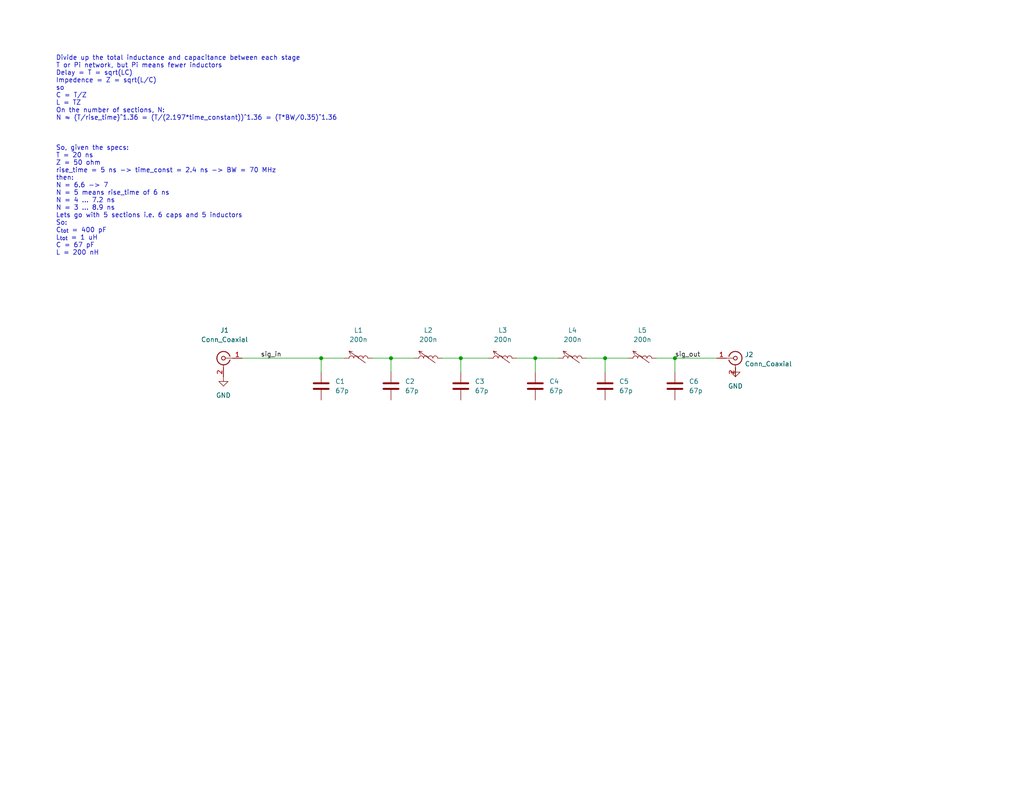
<source format=kicad_sch>
(kicad_sch (version 20211123) (generator eeschema)
  (paper "USLetter")
  (title_block (title "Lumped Element Delay Line") (date "2022-03-07") (rev "0.1") (company "HugonLabs"))
  (lib_symbols
    (symbol "Connector:Conn_Coaxial" (pin_names (offset 1.016) hide)
      (property "Reference" "J" (at 0.254 3.048 0))
      (property "Value" "Conn_Coaxial" (at 2.921 0 90))
      (symbol "Conn_Coaxial_0_1"
        (arc (start -1.778 -0.508) (mid 0.222 -1.808) (end 1.778 0) (stroke (width 0.254)))
        (polyline (pts (xy -2.54 0) (xy -0.508 0)))
        (polyline (pts (xy 0 -2.54) (xy 0 -1.778)))
        (circle (center 0 0) (radius 0.508) (stroke (width 0.2032)))
        (arc (start 1.778 0) (mid 0.2221 1.8083) (end -1.778 0.508) (stroke (width 0.254)))
      )
      (symbol "Conn_Coaxial_1_1"
        (pin passive line (at -5.08 0 0) (length 2.54) (name "In") (number "1"))
        (pin passive line (at 0 -5.08 90) (length 2.54) (name "Ext") (number "2"))
      )
    )
    (symbol "Device:C" (pin_numbers hide) (pin_names (offset 0.254))
      (property "Reference" "C" (at 0.635 2.54 0))
      (property "Value" "C" (at 0.635 -2.54 0))
      (symbol "C_0_1"
        (polyline (pts (xy -2.032 -0.762) (xy 2.032 -0.762)) (stroke (width 0.508)))
        (polyline (pts (xy -2.032 0.762) (xy 2.032 0.762)) (stroke (width 0.508)))
      )
      (symbol "C_1_1"
        (pin passive line (at 0 3.81 270) (length 2.794) (name "~") (number "1"))
        (pin passive line (at 0 -3.81 90) (length 2.794) (name "~") (number "2"))
      )
    )
    (symbol "Device:L_Trim" (pin_numbers hide) (pin_names (offset 1.016) hide)
      (property "Reference" "L" (at -1.905 0 90))
      (property "Value" "L_Trim" (at 3.175 0 90))
      (symbol "L_Trim_0_1"
        (arc (start 0 -2.54) (mid 0.635 -1.905) (end 0 -1.27))
        (arc (start 0 -1.27) (mid 0.635 -0.635) (end 0 0))
        (polyline (pts (xy -1.27 -1.905) (xy 1.905 2.54)))
        (polyline (pts (xy 1.905 2.54) (xy 1.016 2.159)))
        (polyline (pts (xy 1.905 2.54) (xy 1.778 1.651)))
        (arc (start 0 0) (mid 0.635 0.635) (end 0 1.27))
        (arc (start 0 1.27) (mid 0.635 1.905) (end 0 2.54))
      )
      (symbol "L_Trim_1_1"
        (pin passive line (at 0 3.81 270) (length 1.27) (name "1") (number "1"))
        (pin passive line (at 0 -3.81 90) (length 1.27) (name "2") (number "2"))
      )
    )
    (symbol "power:GND" (power) (pin_names (offset 0))
      (property "Value" "GND" (at 0 -3.81 0))
      (symbol "GND_0_1"
        (polyline (pts (xy 0 0) (xy 0 -1.27) (xy 1.27 -1.27) (xy 0 -2.54) (xy -1.27 -1.27) (xy 0 -1.27)))
      )
      (symbol "GND_1_1"
        (pin power_in line (at 0 0 270) (length 0) hide (name "GND") (number "1"))
      )
    )
  )
  (junction (at 87.63 97.79))
  (junction (at 184.15 97.79))
  (junction (at 106.68 97.79))
  (junction (at 165.1 97.79))
  (junction (at 125.73 97.79))
  (junction (at 146.05 97.79))
  (wire (pts (xy 125.73 97.79) (xy 125.73 101.6)))
  (wire (pts (xy 87.63 97.79) (xy 93.98 97.79)))
  (wire (pts (xy 179.07 97.79) (xy 184.15 97.79)))
  (wire (pts (xy 140.97 97.79) (xy 146.05 97.79)))
  (wire (pts (xy 184.15 97.79) (xy 184.15 101.6)))
  (wire (pts (xy 184.15 97.79) (xy 195.58 97.79)))
  (wire (pts (xy 165.1 97.79) (xy 171.45 97.79)))
  (wire (pts (xy 125.73 97.79) (xy 133.35 97.79)))
  (wire (pts (xy 106.68 97.79) (xy 113.03 97.79)))
  (wire (pts (xy 66.04 97.79) (xy 87.63 97.79)))
  (wire (pts (xy 200.66 102.87) (xy 200.66 100.33)))
  (wire (pts (xy 87.63 97.79) (xy 87.63 101.6)))
  (wire (pts (xy 146.05 97.79) (xy 152.4 97.79)))
  (wire (pts (xy 160.02 97.79) (xy 165.1 97.79)))
  (wire (pts (xy 101.6 97.79) (xy 106.68 97.79)))
  (wire (pts (xy 106.68 97.79) (xy 106.68 101.6)))
  (wire (pts (xy 120.65 97.79) (xy 125.73 97.79)))
  (wire (pts (xy 165.1 97.79) (xy 165.1 101.6)))
  (wire (pts (xy 146.05 97.79) (xy 146.05 101.6)))
  (text "Divide up the total inductance and capacitance between each stage\nT or Pi network, but Pi means fewer inductors\nDelay = T = sqrt(LC)\nImpedence = Z = sqrt(L/C)\nso\nC = T/Z\nL = TZ\nOn the number of sections, N:\nN ≈ (T/rise_time)^1.36 = (T/(2.197*time_constant))^1.36 = (T*BW/0.35)^1.36\n" (at 15.24 33.02 0) (effects (font (size 1.27 1.27)) (justify left bottom)))
  (text "So, given the specs:\nT = 20 ns\nZ = 50 ohm\nrise_time = 5 ns -> time_const = 2.4 ns -> BW = 70 MHz\nthen:\nN = 6.6 -> 7\nN = 5 means rise_time of 6 ns\nN = 4 ... 7.2 ns\nN = 3 ... 8.9 ns\nLets go with 5 sections i.e. 6 caps and 5 inductors\nSo:\nC_{tot} = 400 pF\nL_{tot} = 1 uH\nC = 67 pF\nL = 200 nH\n" (at 15.24 69.85 0) (effects (font (size 1.27 1.27)) (justify left bottom)))
  (label "sig_in" (at 71.12 97.79 0))
  (label "sig_out" (at 184.15 97.79 0))
  (symbol (lib_id "Device:L_Trim") (at 137.16 97.79 90) (unit 1)
    (property "Reference" "L3" (at 137.16 90.17 90))
    (property "Value" "200n" (at 137.16 92.71 90))
  )
  (symbol (lib_id "Device:C") (at 87.63 105.41 0) (unit 1)
    (property "Reference" "C1" (at 91.44 104.1399 0) (effects (justify left)))
    (property "Value" "67p" (at 91.44 106.6799 0) (effects (justify left)))
  )
  (symbol (lib_id "power:GND") (at 60.96 102.87 0) (unit 1)
    (property "Reference" "#PWR01" (effects hide))
    (property "Value" "GND" (at 60.96 107.95 0))
  )
  (symbol (lib_id "Device:C") (at 125.73 105.41 0) (unit 1)
    (property "Reference" "C3" (at 129.54 104.1399 0) (effects (justify left)))
    (property "Value" "67p" (at 129.54 106.6799 0) (effects (justify left)))
  )
  (symbol (lib_id "Device:L_Trim") (at 116.84 97.79 90) (unit 1)
    (property "Reference" "L2" (at 116.84 90.17 90))
    (property "Value" "200n" (at 116.84 92.71 90))
  )
  (symbol (lib_id "Device:L_Trim") (at 97.79 97.79 90) (unit 1)
    (property "Reference" "L1" (at 97.79 90.17 90))
    (property "Value" "200n" (at 97.79 92.71 90))
  )
  (symbol (lib_id "Device:C") (at 146.05 105.41 0) (unit 1)
    (property "Reference" "C4" (at 149.86 104.1399 0) (effects (justify left)))
    (property "Value" "67p" (at 149.86 106.6799 0) (effects (justify left)))
  )
  (symbol (lib_id "Connector:Conn_Coaxial") (at 60.96 97.79 0) (mirror y) (unit 1)
    (property "Reference" "J1" (at 61.2774 90.17 0))
    (property "Value" "Conn_Coaxial" (at 61.2774 92.71 0))
    (property "Datasheet" " ~" (effects hide))
  )
  (symbol (lib_id "Device:C") (at 106.68 105.41 0) (unit 1)
    (property "Reference" "C2" (at 110.49 104.1399 0) (effects (justify left)))
    (property "Value" "67p" (at 110.49 106.6799 0) (effects (justify left)))
  )
  (symbol (lib_id "Device:L_Trim") (at 156.21 97.79 90) (unit 1)
    (property "Reference" "L4" (at 156.21 90.17 90))
    (property "Value" "200n" (at 156.21 92.71 90))
  )
  (symbol (lib_id "Connector:Conn_Coaxial") (at 200.66 97.79 0) (unit 1)
    (property "Reference" "J2" (at 203.2 96.8131 0) (effects (justify left)))
    (property "Value" "Conn_Coaxial" (at 203.2 99.3531 0) (effects (justify left)))
    (property "Datasheet" " ~" (effects hide))
  )
  (symbol (lib_id "Device:C") (at 165.1 105.41 0) (unit 1)
    (property "Reference" "C5" (at 168.91 104.1399 0) (effects (justify left)))
    (property "Value" "67p" (at 168.91 106.6799 0) (effects (justify left)))
  )
  (symbol (lib_id "power:GND") (at 200.66 100.33 0) (unit 1)
    (property "Reference" "#PWR02" (effects hide))
    (property "Value" "GND" (at 200.66 105.41 0))
  )
  (symbol (lib_id "Device:C") (at 184.15 105.41 0) (unit 1)
    (property "Reference" "C6" (at 187.96 104.1399 0) (effects (justify left)))
    (property "Value" "67p" (at 187.96 106.6799 0) (effects (justify left)))
  )
  (symbol (lib_id "Device:L_Trim") (at 175.26 97.79 90) (unit 1)
    (property "Reference" "L5" (at 175.26 90.17 90))
    (property "Value" "200n" (at 175.26 92.71 90))
  )
)
</source>
